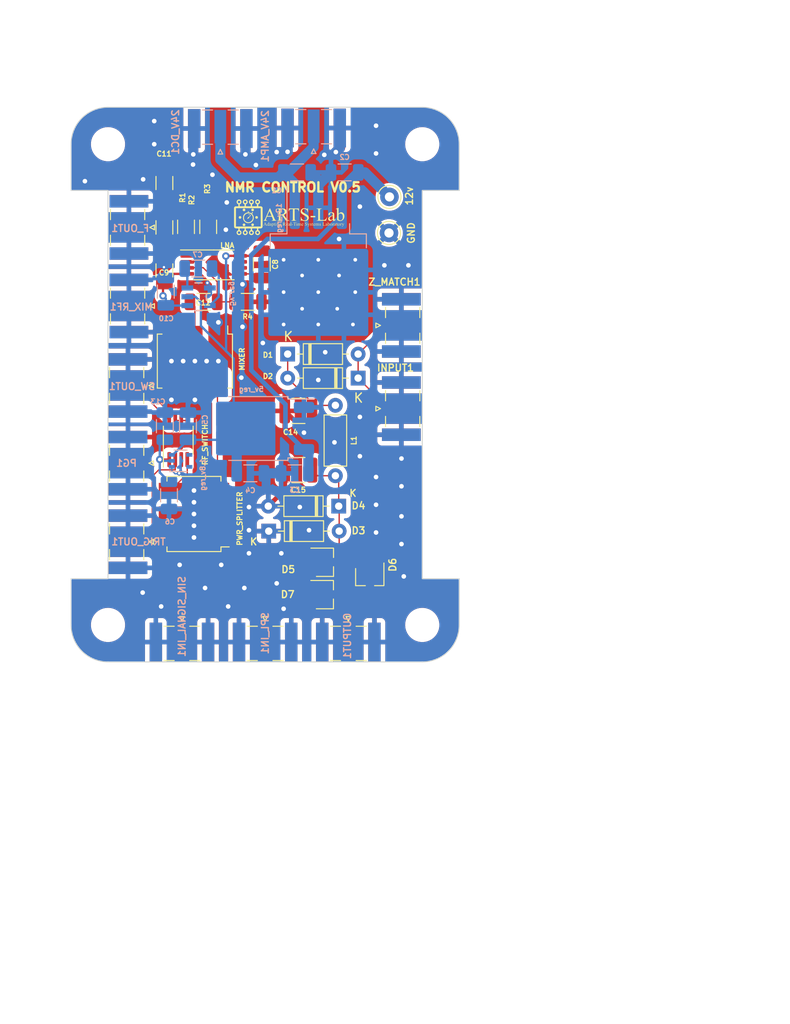
<source format=kicad_pcb>
(kicad_pcb (version 20221018) (generator pcbnew)
  (layers (0 "F.Cu" signal) (1 "In1.Cu" signal) (2 "In2.Cu" signal) (31 "B.Cu" signal) (34 "B.Paste" user) (35 "F.Paste" user) (36 "B.SilkS" user "B.Silkscreen") (37 "F.SilkS" user "F.Silkscreen") (38 "B.Mask" user) (39 "F.Mask" user) (44 "Edge.Cuts" user))
  (net 0 "")
  (net 1 "24v")
  (net 2 "GND")
  (net 3 "12v")
  (net 4 "5v")
  (net 5 "1.8v")
  (net 6 "Net-(U4-C+)")
  (net 7 "Net-(U4-C-)")
  (net 8 "-5v")
  (net 9 "Net-(J3-In)")
  (net 10 "Net-(U5-+IN1)")
  (net 11 "IF")
  (net 12 "Net-(D1-K)")
  (net 13 "Net-(D3-A)")
  (net 14 "Net-(D1-A)")
  (net 15 "Net-(J4-In)")
  (net 16 "Net-(J5-In)")
  (net 17 "Net-(J6-In)")
  (net 18 "Net-(J6-Ext)")
  (net 19 "Net-(J9-In)")
  (net 20 "Net-(U5-OUT1)")
  (net 21 "Net-(U5--IN1)")
  (net 22 "Net-(U5--IN2)")
  (net 23 "Net-(U6-LO)")
  (net 25 "Net-(U7-PORT2)")
  (footprint "Capacitor_SMD:C_1206_3216Metric" (layer "F.Cu") (at 64.1 86.65 90)
    (fp_text reference "C9")
    (fp_text value "0.1uF")
  )
  (footprint "Capacitor_SMD:C_1210_3225Metric" (layer "F.Cu") (at 78.6 108.25 180)
    (fp_text reference "C15")
    (fp_text value "C")
  )
  (footprint "Package_SO:TSSOP-8_4.4x3mm_P0.65mm" (layer "F.Cu") (at 69.44 86.05)
    (fp_text reference "LNA")
    (fp_text value "LM4565FV_J-GE2")
  )
  (footprint "Resistor_SMD:R_1206_3216Metric" (layer "F.Cu") (at 64.1 82 90)
    (fp_text reference "R1")
    (fp_text value "12k")
  )
  (footprint "Diode_THT:D_DO-35_SOD27_P7.62mm_Horizontal" (layer "F.Cu") (at 85.06 98.3 180)
    (fp_text reference "D2")
    (fp_text value "D")
  )
  (footprint "Connector_Coaxial:SMA_Samtec_SMA-J-P-X-ST-EM1_EdgeMount" (layer "F.Cu") (at 60.2625 82 -90)
    (fp_text reference "F_OUT1")
    (fp_text value "F_OUT1")
  )
  (footprint "Capacitor_SMD:C_1206_3216Metric" (layer "F.Cu") (at 68.34 90.05 180)
    (fp_text reference "C12")
    (fp_text value "1nF")
  )
  (footprint "Capacitor_SMD:C_1210_3225Metric" (layer "F.Cu") (at 78.6 101.85 180)
    (fp_text reference "C14")
    (fp_text value "C")
  )
  (footprint "Connector_Coaxial:SMA_Samtec_SMA-J-P-X-ST-EM1_EdgeMount" (layer "F.Cu") (at 60.1625 116 -90)
    (fp_text reference "TRIG_OUT1")
    (fp_text value "TRIG_OUT1")
  )
  (footprint "Connector_Coaxial:SMA_Samtec_SMA-J-P-X-ST-EM1_EdgeMount" (layer "F.Cu") (at 84 126.85)
    (fp_text reference "OUTPUT1")
    (fp_text value "OUTPUT1")
  )
  (footprint "Connector_Coaxial:SMA_Samtec_SMA-J-P-X-ST-EM1_EdgeMount" (layer "F.Cu") (at 60.2625 90.5 -90)
    (fp_text reference "MIX_RF1")
    (fp_text value "MIX_RF1")
  )
  (footprint "Package_TO_SOT_SMD:TSOT-23_HandSoldering" (layer "F.Cu") (at 86.34 119.8 -90)
    (fp_text reference "D6")
    (fp_text value "D_Dual_Series_AKC")
  )
  (footprint "Connector_Coaxial:SMA_Samtec_SMA-J-P-X-ST-EM1_EdgeMount" (layer "F.Cu") (at 60.1625 99.1 -90)
    (fp_text reference "SW_OUT1")
    (fp_text value "SW_OUT1")
  )
  (footprint "MountingHole:MountingHole_3.2mm_M3" (layer "F.Cu") (at 58 73)
    (fp_text reference "H4" hide)
    (fp_text value "MountingHole" hide)
  )
  (footprint "Library:ARTS" (layer "F.Cu") (at 77.6 80.9)
    (fp_text reference "G***" hide)
    (fp_text value "LOGO" hide)
  )
  (footprint "RF_Mini-Circuits:Mini-Circuits_CD636_LandPatternPL-035" (layer "F.Cu") (at 67.3 113 180)
    (fp_text reference "PWR_SPLITTER")
    (fp_text value "ADP-2-1W")
  )
  (footprint "Connector_Pin:Pin_D1.0mm_L10.0mm" (layer "F.Cu") (at 88.4 82.6 -90)
    (fp_text reference "GND")
    (fp_text value "MountingHole_Pad" hide)
  )
  (footprint "Package_TO_SOT_SMD:TSOT-23_HandSoldering" (layer "F.Cu") (at 81.45 118.2)
    (fp_text reference "D5")
    (fp_text value "D_Dual_Series_AKC")
  )
  (footprint "Connector_Coaxial:SMA_Samtec_SMA-J-P-X-ST-EM1_EdgeMount" (layer "F.Cu") (at 89.7375 101.6 90)
    (fp_text reference "INPUT1")
    (fp_text value "INPUT1")
  )
  (footprint "Diode_THT:D_DO-35_SOD27_P7.62mm_Horizontal" (layer "F.Cu") (at 75.39 114.85)
    (fp_text reference "D3")
    (fp_text value "1N4148")
  )
  (footprint "Inductor_THT:L_Axial_L5.3mm_D2.2mm_P7.62mm_Horizontal_Vishay_IM-1" (layer "F.Cu") (at 82.6 101.24 -90)
    (fp_text reference "L1")
    (fp_text value "0.56uH")
  )
  (footprint "Connector_Coaxial:SMA_Samtec_SMA-J-P-X-ST-EM1_EdgeMount" (layer "F.Cu") (at 89.7375 92.6 90)
    (fp_text reference "Z_MATCH1")
    (fp_text value "Z_MATCH1")
  )
  (footprint "Resistor_SMD:R_1206_3216Metric" (layer "F.Cu") (at 66.44 81.9375 -90)
    (fp_text reference "R2")
    (fp_text value "100k")
  )
  (footprint "Capacitor_SMD:C_1206_3216Metric" (layer "F.Cu") (at 64.1 77.2 90)
    (fp_text reference "C11")
    (fp_text value "1nF")
  )
  (footprint "RF_Mini-Circuits:Mini-Circuits_CD542_LandPatternPL-052" (layer "F.Cu") (at 67.4 96.46 -90)
    (fp_text reference "MIXER")
    (fp_text value "ADE-6")
  )
  (footprint "MountingHole:MountingHole_3.2mm_M3" (layer "F.Cu") (at 92 73)
    (fp_text reference "H3" hide)
    (fp_text value "MountingHole" hide)
  )
  (footprint "Connector_Coaxial:SMA_Samtec_SMA-J-P-X-ST-EM1_EdgeMount" (layer "F.Cu") (at 75 126.85)
    (fp_text reference "SPL_IN1")
    (fp_text value "SPL_IN1")
  )
  (footprint "Capacitor_SMD:C_1206_3216Metric" (layer "F.Cu") (at 74.64 86 -90)
    (fp_text reference "C8")
    (fp_text value "0.1uF")
  )
  (footprint "MountingHole:MountingHole_3.2mm_M3" (layer "F.Cu") (at 58 125)
    (fp_text reference "H6" hide)
    (fp_text value "MountingHole" hide)
  )
  (footprint "MountingHole:MountingHole_3.2mm_M3" (layer "F.Cu") (at 92 125)
    (fp_text reference "H5" hide)
    (fp_text value "MountingHole" hide)
  )
  (footprint "Connector_Coaxial:SMA_Samtec_SMA-J-P-X-ST-EM1_EdgeMount" (layer "F.Cu") (at 60.1625 107.5 -90)
    (fp_text reference "PG1")
    (fp_text value "PULSE_GEN_IN1")
  )
  (footprint "Package_SO:MSOP-8_3x3mm_P0.65mm" (layer "F.Cu") (at 65.6 105 90)
    (fp_text reference "RF_SWITCH")
    (fp_text value "ADG901BRMZ")
  )
  (footprint "Package_TO_SOT_SMD:TSOT-23_HandSoldering" (layer "F.Cu") (at 81.44 121.7)
    (fp_text reference "D7")
    (fp_text value "D_Dual_Series_AKC")
  )
  (footprint "Resistor_SMD:R_1206_3216Metric" (layer "F.Cu") (at 73.14 90.05)
    (fp_text reference "R4")
    (fp_text value "20k")
  )
  (footprint "Diode_THT:D_DO-35_SOD27_P7.62mm_Horizontal" (layer "F.Cu") (at 77.44 95.7)
    (fp_text reference "D1")
    (fp_text value "D")
  )
  (footprint "Diode_THT:D_DO-35_SOD27_P7.62mm_Horizontal" (layer "F.Cu") (at 82.96 112.15 180)
    (fp_text reference "D4")
    (fp_text value "1N4148")
  )
  (footprint "Connector_Pin:Pin_D1.0mm_L10.0mm" (layer "F.Cu") (at 88.45 78.7 -90)
    (fp_text reference "12v")
    (fp_text value "MountingHole_Pad" hide)
  )
  (footprint "Connector_Coaxial:SMA_Samtec_SMA-J-P-X-ST-EM1_EdgeMount" (layer "F.Cu") (at 66 126.85)
    (fp_text reference "SIN_SIGNAL_IN1")
    (fp_text value "SIN_SIGNAL_IN1")
  )
  (footprint "Resistor_SMD:R_1206_3216Metric" (layer "F.Cu") (at 68.84 81.9375 -90)
    (fp_text reference "R3")
    (fp_text value "1k")
  )
  (footprint "Package_TO_SOT_SMD:TO-263-3_TabPin2" (layer "B.Cu") (at 80.75 87.525 -90)
    (fp_text reference "12v_reg")
    (fp_text value "LM7812_TO220")
  )
  (footprint "Capacitor_SMD:C_1206_3216Metric" (layer "B.Cu") (at 66.65 103.5 90)
    (fp_text reference "C5")
    (fp_text value "1uF")
  )
  (footprint "Package_TO_SOT_SMD:TO-252-2" (layer "B.Cu") (at 74.16 103.75 180)
    (fp_text reference "5v_reg")
    (fp_text value "NCP1117-5.0_TO252")
  )
  (footprint "Connector_Coaxial:SMA_Samtec_SMA-J-P-X-ST-EM1_EdgeMount" (layer "B.Cu") (at 70.15 71.3)
    (fp_text reference "24V_DC1")
    (fp_text value "24V_DC1")
  )
  (footprint "Capacitor_SMD:C_1206_3216Metric" (layer "B.Cu") (at 83.6 76.05 180)
    (fp_text reference "C2")
    (fp_text value "1uF")
  )
  (footprint "Capacitor_SMD:C_1206_3216Metric" (layer "B.Cu") (at 78.45 76.05)
    (fp_text reference "C1")
    (fp_text value ".33uF")
  )
  (footprint "Capacitor_SMD:C_1206_3216Metric" (layer "B.Cu") (at 64.15 103.5 -90)
    (fp_text reference "C13")
    (fp_text value "0.1uF")
  )
  (footprint "Capacitor_SMD:C_1206_3216Metric" (layer "B.Cu") (at 64.25 88.95 90)
    (fp_text reference "C10")
    (fp_text value "10uF")
  )
  (footprint "Capacitor_SMD:C_1206_3216Metric" (layer "B.Cu") (at 67.775 86.45 180)
    (fp_text reference "C7")
    (fp_text value "10uF")
  )
  (footprint "Capacitor_SMD:C_1206_3216Metric" (layer "B.Cu") (at 78.2 108.6 180)
    (fp_text reference "C3")
    (fp_text value "10uF")
  )
  (footprint "Package_TO_SOT_SMD:SOT-353_SC-70-5" (layer "B.Cu") (at 65.85 107.25)
    (fp_text reference "1.8v_reg")
    (fp_text value "NCP715-1.8v")
  )
  (footprint "Capacitor_SMD:C_1206_3216Metric" (layer "B.Cu") (at 64.6 110.98 -90)
    (fp_text reference "C6")
    (fp_text value "1uF")
  )
  (footprint "Capacitor_SMD:C_1206_3216Metric" (layer "B.Cu") (at 73.4 108.6)
    (fp_text reference "C4")
    (fp_text value "10uF")
  )
  (footprint "Connector_Coaxial:SMA_Samtec_SMA-J-P-X-ST-EM1_EdgeMount" (layer "B.Cu") (at 80.25 71.25)
    (fp_text reference "24V_AMP1")
    (fp_text value "24V_AMP1")
  )
  (footprint "Library:MF05A" (layer "B.Cu") (at 67.8 89.5)
    (fp_text reference "-5v_reg")
    (fp_text value "LM828(-5v)")
  )
  (gr_arc (start 58 129) (mid 55.171573 127.828427) (end 54 125) (stroke (width 0.1)) (layer "Edge.Cuts"))
  (gr_line (start 54 78) (end 54 73) (stroke (width 0.1)) (layer "Edge.Cuts"))
  (gr_line (start 92 78) (end 92 120) (stroke (width 0.1)) (layer "Edge.Cuts"))
  (gr_line (start 65 129) (end 58 129) (stroke (width 0.1)) (layer "Edge.Cuts"))
  (gr_line (start 58 120) (end 54.5 120) (stroke (width 0.1)) (layer "Edge.Cuts"))
  (gr_line (start 85 69) (end 92 69) (stroke (width 0.1)) (layer "Edge.Cuts"))
  (gr_line (start 85 129) (end 92 129) (stroke (width 0.1)) (layer "Edge.Cuts"))
  (gr_line (start 54.5 120) (end 54 120) (stroke (width 0.1)) (layer "Edge.Cuts"))
  (gr_line (start 58 69) (end 65 69) (stroke (width 0.1)) (layer "Edge.Cuts"))
  (gr_arc (start 96 125) (mid 94.828427 127.828427) (end 92 129) (stroke (width 0.1)) (layer "Edge.Cuts"))
  (gr_line (start 58 78) (end 54 78) (stroke (width 0.1)) (layer "Edge.Cuts"))
  (gr_arc (start 54 73) (mid 55.171573 70.171573) (end 58 69) (stroke (width 0.1)) (layer "Edge.Cuts"))
  (gr_line (start 85 129) (end 65 129) (stroke (width 0.1)) (layer "Edge.Cuts"))
  (gr_line (start 92 120) (end 96 120) (stroke (width 0.1)) (layer "Edge.Cuts"))
  (gr_arc (start 92 69) (mid 94.828427 70.171573) (end 96 73) (stroke (width 0.1)) (layer "Edge.Cuts"))
  (gr_line (start 65 69) (end 85 69) (stroke (width 0.1)) (layer "Edge.Cuts"))
  (gr_line (start 54 120) (end 54 125) (stroke (width 0.1)) (layer "Edge.Cuts"))
  (gr_line (start 92 78) (end 96 78) (stroke (width 0.1)) (layer "Edge.Cuts"))
  (gr_line (start 96 78) (end 96 73) (stroke (width 0.1)) (layer "Edge.Cuts"))
  (gr_line (start 96 120) (end 96 125) (stroke (width 0.1)) (layer "Edge.Cuts"))
  (gr_line (start 58 78) (end 58 120) (stroke (width 0.1)) (layer "Edge.Cuts"))
  (gr_text "NMR CONTROL V0.5" (at 70.5 78.25) (layer "F.SilkS") (effects (font (size 1 1) (thickness 0.25) bold) (justify left bottom)))
  (segment (start 77.5 76.05) (end 80.25 73.3) (width 1.1) (layer "B.Cu") (net 1))
  (segment (start 78.21 77.285) (end 76.975 76.05) (width 1.1) (layer "B.Cu") (net 1))
  (segment (start 78.21 79.875) (end 78.21 77.285) (width 1.1) (layer "B.Cu") (net 1))
  (segment (start 72.1 76.6) (end 70.15 74.65) (width 1.1) (layer "B.Cu") (net 1))
  (segment (start 76.975 76.05) (end 77.5 76.05) (width 1.1) (layer "B.Cu") (net 1))
  (segment (start 76.425 76.6) (end 76.975 76.05) (width 1.1) (layer "B.Cu") (net 1))
  (segment (start 70.15 74.65) (end 70.15 71.1) (width 1.1) (layer "B.Cu") (net 1))
  (segment (start 80.25 73.3) (end 80.25 70.9125) (width 1.1) (layer "B.Cu") (net 1))
  (segment (start 72.1 76.6) (end 76.425 76.6) (width 1.1) (layer "B.Cu") (net 1))
  (segment (start 70.05 70.9125) (end 70.05 72.0775) (width 0.5) (layer "B.Cu") (net 1))
  (segment (start 67.225 71.1125) (end 67.225 74.1) (width 1.1) (layer "F.Cu") (net 2))
  (segment (start 79.73 120.75) (end 79.73 122.65) (width 0.140856) (layer "F.Cu") (net 2))
  (segment (start 72.3025 87.025) (end 73.84 87.025) (width 0.140856) (layer "F.Cu") (net 2))
  (segment (start 65.7 108.65) (end 65.7 108.65) (width 0.140856) (layer "F.Cu") (net 2))
  (segment (start 74.6025 87.8625) (end 74.64 87.825) (width 0.140856) (layer "F.Cu") (net 2))
  (segment (start 79.2 103.925) (end 77.125 101.85) (width 0.5) (layer "F.Cu") (net 2))
  (segment (start 77.425 73.825) (end 77.425 71.1125) (width 1.1) (layer "F.Cu") (net 2))
  (segment (start 89.7125 95.4) (end 89.7375 95.425) (width 0.5) (layer "F.Cu") (net 2))
  (segment (start 89.6625 98.7) (end 89.7375 98.775) (width 0.5) (layer "F.Cu") (net 2))
  (segment (start 89.7125 104.4) (end 89.7375 104.425) (width 0.5) (layer "F.Cu") (net 2))
  (segment (start 77.125 108.25) (end 77.125 110.365) (width 0.5) (layer "F.Cu") (net 2))
  (segment (start 79.2 104.2) (end 79.2 106.175) (width 0.5) (layer "F.Cu") (net 2))
  (segment (start 88.31 89.2) (end 90.0875 89.2) (width 0.140856) (layer "F.Cu") (net 2))
  (segment (start 65.925 108.375) (end 65.7 108.6) (width 0.140856) (layer "F.Cu") (net 2))
  (segment (start 64.04 85.175) (end 64.04 86.29) (width 0.140856) (layer "F.Cu") (net 2))
  (segment (start 74.6025 90.05) (end 74.6025 87.8625) (width 0.140856) (layer "F.Cu") (net 2))
  (segment (start 72.875 74.090461) (end 72.864326 74.101135) (width 1.1) (layer "F.Cu") (net 2))
  (segment (start 72.875 71.1125) (end 72.875 74.090461) (width 1.1) (layer "F.Cu") (net 2))
  (segment (start 65.925 107.1125) (end 65.925 108.375) (width 0.140856) (layer "F.Cu") (net 2))
  (segment (start 63.9525 75.7375) (end 63.94 75.725) (width 0.140856) (layer "F.Cu") (net 2))
  (segment (start 79.2 106.175) (end 77.125 108.25) (width 0.5) (layer "F.Cu") (net 2))
  (segment (start 83.075 73.375) (end 83.075 71.1125) (width 1.1) (layer "F.Cu") (net 2))
  (segment (start 73.84 87.025) (end 74.64 87.825) (width 0.140856) (layer "F.Cu") (net 2))
  (segment (start 79.2 104.2) (end 79.2 103.925) (width 0.5) (layer "F.Cu") (net 2))
  (segment (start 68.84 80.475) (end 68.8 80.435) (width 0.140856) (layer "F.Cu") (net 2))
  (segment (start 88.51 98.2) (end 90.0875 98.2) (width 0.140856) (layer "F.Cu") (net 2))
  (segment (start 65.75 108.6) (end 65.7 108.6) (width 0.140856) (layer "F.Cu") (net 2))
  (segment (start 77.125 110.365) (end 75.34 112.15) (width 0.5) (layer "F.Cu") (net 2))
  (segment (start 64.04 86.29) (end 64.05 86.3) (width 0.140856) (layer "F.Cu") (net 2))
  (segment (start 83.1 73.4) (end 83.075 73.375) (width 1.1) (layer "F.Cu") (net 2))
  (segment (start 65.7 108.6) (end 65.7 108.65) (width 0.140856) (layer "F.Cu") (net 2))
  (segment (start 63.64 84.775) (end 64.04 85.175) (width 0.140856) (layer "F.Cu") (net 2))
  (segment (start 82.65 73.85) (end 83.1 73.4) (width 1.1) (layer "F.Cu") (net 2))
  (segment (start 79.74 117.25) (end 79.74 119.15) (width 0.140856) (layer "F.Cu") (net 2))
  (segment (start 72.9 71.1375) (end 72.875 71.1125) (width 1.1) (layer "F.Cu") (net 2))
  (segment (start 72.8755 87.825) (end 72.5505 88.15) (width 0.140856) (layer "F.Cu") (net 2))
  (segment (start 74.64 87.825) (end 72.8755 87.825) (width 0.140856) (layer "F.Cu") (net 2))
  (via (at 87 71) (size 1) (drill 0.5) (layers "F.Cu" "B.Cu") (net 2))
  (via (at 63 73) (size 1) (drill 0.5) (layers "F.Cu" "B.Cu") (net 2))
  (via (at 77.425 73.825) (size 1) (drill 0.5) (layers "F.Cu" "B.Cu") (net 2))
  (via (at 73.25 112.25) (size 1) (drill 0.5) (layers "F.Cu" "B.Cu") (net 2))
  (via (at 76.75 117.25) (size 1) (drill 0.5) (layers "F.Cu" "B.Cu") (net 2))
  (via (at 77 85.5) (size 0.8) (drill 0.4) (layers "F.Cu" "B.Cu") (net 2))
  (via (at 83 87.2) (size 0.8) (drill 0.4) (layers "F.Cu" "B.Cu") (net 2))
  (via (at 70.25 118.5) (size 1) (drill 0.5) (layers "F.Cu" "B.Cu") (net 2))
  (via (at 89.75 113.25) (size 1) (drill 0.5) (layers "F.Cu" "B.Cu") (net 2))
  (via (at 72.864326 74.101135) (size 1) (drill 0.5) (layers "F.Cu" "B.Cu") (net 2))
  (via (at 84.75 89) (size 0.8) (drill 0.4) (layers "F.Cu" "B.Cu") (net 2))
  (via (at 71 123) (size 1) (drill 0.5) (layers "F.Cu" "B.Cu") (net 2))
  (via (at 87 112) (size 1) (drill 0.5) (layers "F.Cu" "B.Cu") (net 2))
  (via (at 76.25 73.85) (size 1) (drill 0.5) (layers "F.Cu" "B.Cu") (net 2))
  (via (at 81.5 95.5) (size 1) (drill 0.5) (layers "F.Cu" "B.Cu") (net 2))
  (via (at 84.5 92.5) (size 0.8) (drill 0.4) (layers "F.Cu" "B.Cu") (net 2))
  (via (at 87 115) (size 1) (drill 0.5) (layers "F.Cu" "B.Cu") (net 2))
  (via (at 72.5505 92.75) (size 1) (drill 0.5) (layers "F.Cu" "B.Cu") (net 2))
  (via (at 77 123.25) (size 1) (drill 0.5) (layers "F.Cu" "B.Cu") (net 2))
  (via (at 84.75 85.5) (size 0.8) (drill 0.4) (layers "F.Cu" "B.Cu") (net 2))
  (via (at 83 83.25) (size 1) (drill 0.5) (layers "F.Cu" "B.Cu") (net 2))
  (via (at 78.75 112.25) (size 1) (drill 0.5) (layers "F.Cu" "B.Cu") (net 2))
  (via (at 65.7 108.6) (size 0.5) (drill 0.254) (layers "F.Cu" "B.Cu") (net 2))
  (via (at 63.75 123) (size 1) (drill 0.5) (layers "F.Cu" "B.Cu") (net 2))
  (via (at 77 89) (size 0.8) (drill 0.4) (layers "F.Cu" "B.Cu") (net 2))
  (via (at 79.2 104.2) (size 1) (drill 0.5) (layers "F.Cu" "B.Cu") (net 2))
  (via (at 67.2 75.2) (size 1) (drill 0.5) (layers "F.Cu" "B.Cu") (net 2))
  (via (at 74 75.25) (size 1) (drill 0.5) (layers "F.Cu" "B.Cu") (net 2))
  (via (at 89.75 110) (size 1) (drill 0.5) (layers "F.Cu" "B.Cu") (net 2))
  (via (at 90.5 86.1) (size 1) (drill 0.5) (layers "F.Cu" "B.Cu") (net 2))
  (via (at 70.75 82.25) (size 1) (drill 0.5) (layers "F.Cu" "B.Cu") (net 2))
  (via (at 65.75 118.5) (size 1) (drill 0.5) (layers "F.Cu" "B.Cu") (net 2))
  (via (at 61.8 76.8) (size 1) (drill 0.5) (layers "F.Cu" "B.Cu") (net 2))
  (via (at 68.75 88) (size 0.5) (drill 0.254) (layers "F.Cu" "B.Cu") (net 2))
  (via (at 80.75 89) (size 0.8) (drill 0.4) (layers "F.Cu" "B.Cu") (net 2))
  (via (at 87 109) (size 1) (drill 0.5) (layers "F.Cu" "B.Cu") (net 2))
  (via (at 72.5505 88.15) (size 1) (drill 0.5) (layers "F.Cu" "B.Cu") (net 2))
  (via (at 72.4245 98.25) (size 1) (drill 0.5) (layers "F.Cu" "B.Cu") (net 2))
  (via (at 82.8 90.8) (size 0.8) (drill 0.4) (layers "F.Cu" "B.Cu") (net 2))
  (via (at 89.75 116.25) (size 1) (drill 0.5) (layers "F.Cu" "B.Cu") (net 2))
  (via (at 89.75 107) (size 1) (drill 0.5) (layers "F.Cu" "B.Cu") (net 2))
  (via (at 63 70.5) (size 1) (drill 0.5) (layers "F.Cu" "B.Cu") (net 2))
  (via (at 85.25 102.5) (size 1) (drill 0.5) (layers "F.Cu" "B.Cu") (net 2))
  (via (at 85.25 79.75) (size 1) (drill 0.5) (layers "F.Cu" "B.Cu") (net 2))
  (via (at 70.85 79.3) (size 1) (drill 0.5) (layers "F.Cu" "B.Cu") (net 2))
  (via (at 82.65 73.85) (size 1) (drill 0.5) (layers "F.Cu" "B.Cu") (net 2))
  (via (at 73.25 117.25) (size 1) (drill 0.5) (layers "F.Cu" "B.Cu") (net 2))
  (via (at 61.75 121.5) (size 1) (drill 0.5) (layers "F.Cu" "B.Cu") (net 2))
  (via (at 85.25 106.75) (size 1) (drill 0.5) (layers "F.Cu" "B.Cu") (net 2))
  (via (at 81.4 74.15) (size 1) (drill 0.5) (layers "F.Cu" "B.Cu") (net 2))
  (via (at 79 90.8) (size 0.8) (drill 0.4) (layers "F.Cu" "B.Cu") (net 2))
  (via (at 76.25 120.5) (size 1) (drill 0.5) (layers "F.Cu" "B.Cu") (net 2))
  (via (at 67.225 74.1) (size 1) (drill 0.5) (layers "F.Cu" "B.Cu") (net 2))
  (via (at 77 92.5) (size 0.8) (drill 0.4) (layers "F.Cu" "B.Cu") (net 2))
  (via (at 80.75 85.5) (size 0.8) (drill 0.4) (layers "F.Cu" "B.Cu") (net 2))
  (via (at 68.5 121) (size 1) (drill 0.5) (layers "F.Cu" "B.Cu") (net 2))
  (via (at 72.75 121) (size 1) (drill 0.5) (layers "F.Cu" "B.Cu") (net 2))
  (via (at 90 119.75) (size 1) (drill 0.5) (layers "F.Cu" "B.Cu") (net 2))
  (via (at 74.75 94.5) (size 1) (drill 0.5) (layers "F.Cu" "B.Cu") (net 2))
  (via (at 73.25 114.75) (size 1) (drill 0.5) (layers "F.Cu" "B.Cu") (net 2))
  (via (at 64.05 86.3) (size 0.5) (drill 0.254) (layers "F.Cu" "B.Cu") (net 2))
  (via (at 87.9 86.1) (size 1) (drill 0.5) (layers "F.Cu" "B.Cu") (net 2))
  (via (at 80.75 92.5) (size 0.8) (drill 0.4) (layers "F.Cu" "B.Cu") (net 2))
  (via (at 82.5 105.25) (size 1) (drill 0.5) (layers "F.Cu" "B.Cu") (net 2))
  (via (at 87 74) (size 1) (drill 0.5) (layers "F.Cu" "B.Cu") (net 2))
  (via (at 69.3 76.3) (size 1) (drill 0.5) (layers "F.Cu" "B.Cu") (net 2))
  (via (at 79.75 114.75) (size 1) (drill 0.5) (layers "F.Cu" "B.Cu") (net 2))
  (via (at 79 87.2) (size 0.8) (drill 0.4) (layers "F.Cu" "B.Cu") (net 2))
  (via (at 80.75 98.5) (size 1) (drill 0.5) (layers "F.Cu" "B.Cu") (net 2))
  (via (at 55.5 77) (size 1) (drill 0.5) (layers "F.Cu" "B.Cu") (net 2))
  (segment (start 80.75 77.425) (end 82.125 76.05) (width 1.1) (layer "B.Cu") (net 2))
  (segment (start 65.7 108.65) (end 65.25 108.65) (width 0.140856) (layer "B.Cu") (net 2))
  (segment (start 64.6 112.455) (end 66.575 112.455) (width 0.5) (layer "B.Cu") (net 2))
  (segment (start 80.75 79.875) (end 80.75 77.425) (width 1.1) (layer "B.Cu") (net 2))
  (segment (start 64.15 101.051) (end 64.86 100.341) (width 0.5) (layer "B.Cu") (net 2))
  (segment (start 65.25 108.65) (end 64.9 108.3) (width 0.140856) (layer "B.Cu") (net 2))
  (segment (start 74.875 108.6) (end 76.725 108.6) (width 1.1) (layer "B.Cu") (net 2))
  (segment (start 76.25 73.85) (end 77.4 73.85) (width 1.1) (layer "B.Cu") (net 2))
  (segment (start 75.34 109.065) (end 74.875 108.6) (width 0.5) (layer "B.Cu") (net 2))
  (segment (start 80.75 79.875) (end 80.75 76.875) (width 1.1) (layer "B.Cu") (net 2))
  (segment (start 66.65 101.091) (end 67.4 100.341) (width 0.5) (layer "B.Cu") (net 2))
  (segment (start 80.75 76.875) (end 79.925 76.05) (width 1.1) (layer "B.Cu") (net 2))
  (segment (start 66.755 112.455) (end 67.3 113) (width 0.5) (layer "B.Cu") (net 2))
  (segment (start 81.4 74.15) (end 82.35 74.15) (width 1.1) (layer "B.Cu") (net 2))
  (segment (start 64.9 108.3) (end 64.9 107.9) (width 0.140856) (layer "B.Cu") (net 2))
  (segment (start 82.35 74.15) (end 82.65 73.85) (width 1.1) (layer "B.Cu") (net 2))
  (segment (start 79.2 101.47) (end 79.2 104.2) (width 0.5) (layer "B.Cu") (net 2))
  (segment (start 75.34 114.8) (end 75.39 114.85) (width 1.1) (layer "B.Cu") (net 2))
  (segment (start 64.05 86.3) (end 64.05 87.275) (width 0.140856) (layer "B.Cu") (net 2))
  (segment (start 66.65 102.025) (end 66.65 101.091) (width 0.5) (layer "B.Cu") (net 2))
  (segment (start 77.425 73.825) (end 77.425 71.1125) (width 1.1) (layer "B.Cu") (net 2))
  (segment (start 74 75.25) (end 72.875 74.125) (width 1.1) (layer "B.Cu") (net 2))
  (segment (start 75.34 112.15) (end 75.34 109.065) (width 0.5) (layer "B.Cu") (net 2))
  (segment (start 64.6 112.455) (end 66.755 112.455) (width 0.5) (layer "B.Cu") (net 2))
  (segment (start 68.75 88) (end 69.0192 88.2692) (width 0.140856) (layer "B.Cu") (net 2))
  (segment (start 67.225 71.1125) (end 67.225 74.1) (width 1.1) (layer "B.Cu") (net 2))
  (segment (start 72.875 74.125) (end 72.875 71.1125) (width 1.1) (layer "B.Cu") (net 2))
  (segment (start 77.4 73.85) (end 77.425 73.825) (width 1.1) (layer "B.Cu") (net 2))
  (segment (start 60.05 81.8625) (end 60.0625 81.875) (width 0.140856) (layer "B.Cu") (net 2))
  (segment (start 85.525 89.775) (end 84.75 89) (width 0.5) (layer "B.Cu") (net 2))
  (segment (start 67.2 75.2) (end 67.225 75.175) (width 1.1) (layer "B.Cu") (net 2))
  (segment (start 66.575 112.455) (end 67.3 111.73) (width 0.5) (layer "B.Cu") (net 2))
  (segment (start 69.0192 88.2692) (end 69.0192 88.5475) (width 0.140856) (layer "B.Cu") (net 2))
  (segment (start 64.15 102.025) (end 64.15 101.051) (width 0.5) (layer "B.Cu") (net 2))
  (segment (start 83.075 71.1125) (end 83.075 73.425) (width 1.1) (layer "B.Cu") (net 2))
  (segment (start 67.225 75.175) (end 67.225 74.1) (width 1.1) (layer "B.Cu") (net 2))
  (segment (start 64.05 87.275) (end 64.25 87.475) (width 0.140856) (layer "B.Cu") (net 2))
  (segment (start 83.075 73.425) (end 82.65 73.85) (width 1.1) (layer "B.Cu") (net 2))
  (segment (start 73.5 97.45) (end 77.2 101.15) (width 0.5) (layer "B.Cu") (net 3))
  (segment (start 80.714949 83.25) (end 75.25 83.25) (width 0.5) (layer "B.Cu") (net 3))
  (segment (start 75.25 83.25) (end 73.5 85) (width 0.5) (layer "B.Cu") (net 3))
  (segment (start 77.2 101.15) (end 77.2 104.03) (width 0.5) (layer "B.Cu") (net 3))
  (segment (start 73.5 85) (end 73.5 97.45) (width 0.5) (layer "B.Cu") (net 3))
  (segment (start 83.29 79.875) (end 83.29 80.674949) (width 0.5) (layer "B.Cu") (net 3))
  (segment (start 83.29 79.875) (end 83.29 77.835) (width 1.1) (layer "B.Cu") (net 3))
  (segment (start 85.8 76.05) (end 88.45 78.7) (width 1.1) (layer "B.Cu") (net 3))
  (segment (start 85.075 76.05) (end 85.8 76.05) (width 1.1) (layer "B.Cu") (net 3))
  (segment (start 79.675 108.6) (end 79.675 106.505) (width 1.1) (layer "B.Cu") (net 3))
  (segment (start 77.2 104.03) (end 79.2 106.03) (width 0.5) (layer "B.Cu") (net 3))
  (segment (start 83.29 80.674949) (end 80.714949 83.25) (width 0.5) (layer "B.Cu") (net 3))
  (segment (start 79.675 106.505) (end 79.2 106.03) (width 1.1) (layer "B.Cu") (net 3))
  (segment (start 83.29 77.835) (end 85.075 76.05) (width 1.1) (layer "B.Cu") (net 3))
  (segment (start 74.44 85.075) (end 74.64 84.875) (width 0.25) (layer "F.Cu") (net 4))
  (segment (start 70.775 85.075) (end 70.75 85.1) (width 0.25) (layer "F.Cu") (net 4))
  (segment (start 72.3025 85.075) (end 70.775 85.075) (width 0.25) (layer "F.Cu") (net 4))
  (segment (start 74.875 84.875) (end 74.64 84.875) (width 0.5) (layer "F.Cu") (net 4))
  (segment (start 72.3025 85.075) (end 74.44 85.075) (width 0.25) (layer "F.Cu") (net 4))
  (via (at 70.75 85.1) (size 0.8) (drill 0.4) (layers "F.Cu" "B.Cu") (net 4))
  (segment (start 71.6 101.85) (end 71.225 102.225) (width 0.25) (layer "B.Cu") (net 4))
  (segment (start 68.05 90) (end 68.05 92.65) (width 0.25) (layer "B.Cu") (net 4))
  (segment (start 71.6 96.2) (end 71.6 98.5) (width 0.25) (layer "B.Cu") (net 4))
  (segment (start 68.05 92.65) (end 71.6 96.2) (width 0.25) (layer "B.Cu") (net 4))
  (segment (start 71.175 105.325) (end 71.225 105.275) (width 1.1) (layer "B.Cu") (net 4))
  (segment (start 65.025 106.6) (end 66.65 104.975) (width 0.25) (layer "B.Cu") (net 4))
  (segment (start 64.9 106.6) (end 65.025 106.6) (width 0.25) (layer "B.Cu") (net 4))
  (segment (start 70.925 104.975) (end 71.225 105.275) (width 0.25) (layer "B.Cu") (net 4))
  (segment (start 70.75 85.1) (end 70.773 85.123) (width 0.25) (layer "B.Cu") (net 4))
  (segment (start 70.773 85.123) (end 70.773 95.373) (width 0.25) (layer "B.Cu") (net 4))
  (segment (start 71.925 105.975) (end 71.225 105.275) (width 1.1) (layer "B.Cu") (net 4))
  (segment (start 71.925 108.6) (end 71.925 105.975) (width 1.1) (layer "B.Cu") (net 4))
  (segment (start 70.773 95.373) (end 71.6 96.2) (width 0.25) (layer "B.Cu") (net 4))
  (segment (start 66.5808 89.5) (end 67.4658 89.5) (width 0.25) (layer "B.Cu") (net 4))
  (segment (start 66.65 104.975) (end 70.925 104.975) (width 0.25) (layer "B.Cu") (net 4))
  (segment (start 71.6 98.5) (end 71.6 101.85) (width 0.25) (layer "B.Cu") (net 4))
  (segment (start 67.4658 89.5) (end 68.05 90.0842) (width 0.25) (layer "B.Cu") (net 4))
  (segment (start 64.625 107.1125) (end 63.9125 107.1125) (width 0.25) (layer "F.Cu") (net 5))
  (via (at 63.6 107.1) (size 0.8) (drill 0.4) (layers "F.Cu" "B.Cu") (net 5))
  (segment (start 63.6 107.1) (end 63.6 108.525) (width 0.25) (layer "B.Cu") (net 5))
  (segment (start 63.75 107.25) (end 64.9 107.25) (width 0.25) (layer "B.Cu") (net 5))
  (segment (start 63.6 105.525) (end 64.15 104.975) (width 0.25) (layer "B.Cu") (net 5))
  (segment (start 63.6 108.505) (end 64.6 109.505) (width 0.25) (layer "B.Cu") (net 5))
  (segment (start 63.6 107.1) (end 63.6 105.525) (width 0.25) (layer "B.Cu") (net 5))
  (segment (start 69.9792 89.4925) (end 69.0192 90.4525) (width 0.25) (layer "B.Cu") (net 6))
  (segment (start 69.9792 87.1792) (end 69.9792 89.4925) (width 0.25) (layer "B.Cu") (net 6))
  (segment (start 69.25 86.45) (end 69.9792 87.1792) (width 0.25) (layer "B.Cu") (net 6))
  (segment (start 66.5808 86.7308) (end 66.3 86.45) (width 0.25) (layer "B.Cu") (net 7))
  (segment (start 66.5808 88.5475) (end 66.5808 86.7308) (width 0.25) (layer "B.Cu") (net 7))
  (segment (start 65.14 87.025) (end 66.5775 87.025) (width 0.25) (layer "F.Cu") (net 8))
  (segment (start 63.95 88.215) (end 64.04 88.125) (width 0.25) (layer "F.Cu") (net 8))
  (segment (start 64.04 88.125) (end 65.14 87.025) (width 0.25) (layer "F.Cu") (net 8))
  (segment (start 63.95 89.4) (end 63.95 88.215) (width 0.25) (layer "F.Cu") (net 8))
  (via (at 63.95 89.4) (size 0.8) (drill 0.4) (layers "F.Cu" "B.Cu") (net 8))
  (segment (start 66.5808 90.4525) (end 64.2775 90.4525) (width 0.25) (layer "B.Cu") (net 8))
  (segment (start 64.25 90.425) (end 64.25 89.7) (width 0.25) (layer "B.Cu") (net 8))
  (segment (start 64.25 89.7) (end 63.95 89.4) (width 0.25) (layer "B.Cu") (net 8))
  (segment (start 64.2775 90.4525) (end 64.25 90.425) (width 0.25) (layer "B.Cu") (net 8))
  (segment (start 64.1 80.3775) (end 64.1 78.835) (width 0.140856) (layer "F.Cu") (net 9))
  (segment (start 64.1 78.835) (end 63.94 78.675) (width 0.140856) (layer "F.Cu") (net 9))
  (segment (start 59.9625 82) (end 62.4775 82) (width 0.140856) (layer "F.Cu") (net 9))
  (segment (start 62.4775 82) (end 64.1 80.3775) (width 0.140856) (layer "F.Cu") (net 9))
  (segment (start 66.5775 86.375) (end 66.6025 86.35) (width 0.140856) (layer "F.Cu") (net 10))
  (segment (start 69.815 90.05) (end 71.6775 90.05) (width 0.140856) (layer "F.Cu") (net 10))
  (segment (start 66.6025 86.35) (end 68.29 86.35) (width 0.140856) (layer "F.Cu") (net 10))
  (segment (start 69.815 87.875) (end 69.815 90.05) (width 0.140856) (layer "F.Cu") (net 10))
  (segment (start 68.29 86.35) (end 69.815 87.875) (width 0.140856) (layer "F.Cu") (net 10))
  (segment (start 67.4 90.585) (end 67.4 93.92) (width 0.140856) (layer "F.Cu") (net 11))
  (segment (start 66.865 93.385) (end 66.865 94.265) (width 0.140856) (layer "F.Cu") (net 11))
  (segment (start 66.865 90.05) (end 67.4 90.585) (width 0.140856) (layer "F.Cu") (net 11))
  (segment (start 66.865 94.265) (end 67.4 94.8) (width 0.140856) (layer "F.Cu") (net 11))
  (segment (start 67.4 93.92) (end 66.865 93.385) (width 0.140856) (layer "F.Cu") (net 11))
  (segment (start 77.44 98.3) (end 77.44 95.7) (width 0.140856) (layer "F.Cu") (net 12))
  (segment (start 80.675 101.25) (end 82.59 101.25) (width 0.140856) (layer "F.Cu") (net 12))
  (segment (start 80.075 101.85) (end 80.675 101.25) (width 0.140856) (layer "F.Cu") (net 12))
  (segment (start 80.075 100.935) (end 77.44 98.3) (width 0.140856) (layer "F.Cu") (net 12))
  (segment (start 82.59 101.25) (end 82.6 101.24) (width 0.140856) (layer "F.Cu") (net 12))
  (segment (start 83.01 114.85) (end 83.01 112.2) (width 0.140856) (layer "F.Cu") (net 13))
  (segment (start 82.96 112.15) (end 82.96 109.22) (width 0.140856) (layer "F.Cu") (net 13))
  (segment (start 86.34 121.51) (end 83.34 121.51) (width 0.140856) (layer "F.Cu") (net 13))
  (segment (start 83.15 121.7) (end 83.15 122.69) (width 0.140856) (layer "F.Cu") (net 13))
  (segment (start 83.34 121.51) (end 83.15 121.7) (width 0.140856) (layer "F.Cu") (net 13))
  (segment (start 83.15 121.7) (end 83.15 118.2) (width 0.140856) (layer "F.Cu") (net 13))
  (segment (start 83.01 118.05) (end 83.16 118.2) (width 0.140856) (layer "F.Cu") (net 13))
  (segment (start 84 127.05) (end 84 123.54) (width 0.140856) (layer "F.Cu") (net 13))
  (segment (start 83.16 108.8) (end 83.11 108.75) (width 0.140856) (layer "F.Cu") (net 13))
  (segment (start 82.6 108.86) (end 80.685 108.86) (width 0.140856) (layer "F.Cu") (net 13))
  (segment (start 80.685 108.86) (end 80.075 108.25) (width 0.140856) (layer "F.Cu") (net 13))
  (segment (start 84 123.54) (end 83.15 122.69) (width 0.140856) (layer "F.Cu") (net 13))
  (segment (start 83.01 114.85) (end 83.01 118.05) (width 0.140856) (layer "F.Cu") (net 13))
  (segment (start 85.06 95.7) (end 88.16 92.6) (width 0.140856) (layer "F.Cu") (net 14))
  (segment (start 85.06 95.7) (end 85.06 98.3) (width 0.140856) (layer "F.Cu") (net 14))
  (segment (start 85.06 98.3) (end 88.36 101.6) (width 0.140856) (layer "F.Cu") (net 14))
  (segment (start 64.86 93.92) (end 61.44 90.5) (width 0.140856) (layer "F.Cu") (net 15))
  (segment (start 61.44 90.5) (end 59.9625 90.5) (width 0.140856) (layer "F.Cu") (net 15))
  (segment (start 69.84 115.54) (end 69.84 115.57) (width 0.140856) (layer "F.Cu") (net 16))
  (segment (start 75 120.7) (end 75 127.05) (width 0.140856) (layer "F.Cu") (net 16))
  (segment (start 69.84 115.54) (end 75 120.7) (width 0.140856) (layer "F.Cu") (net 16))
  (segment (start 61.0275 116) (end 59.8625 116) (width 0.140856) (layer "F.Cu") (net 17))
  (segment (start 62.784572 114.35) (end 61.134572 116) (width 0.140856) (layer "F.Cu") (net 17))
  (segment (start 59.8625 107.5) (end 61.3555 107.5) (width 0.140856) (layer "F.Cu") (net 17))
  (segment (start 61.134572 116) (end 59.8625 116) (width 0.140856) (layer "F.Cu") (net 17))
  (segment (start 63.488644 108.225) (end 62.784572 108.929072) (width 0.140856) (layer "F.Cu") (net 17))
  (segment (start 61.3555 107.5) (end 62.784572 108.929072) (width 0.140856) (layer "F.Cu") (net 17))
  (segment (start 66 127.05) (end 66 121.8) (width 0.140856) (layer "F.Cu") (net 17))
  (segment (start 62.9 117.8725) (end 61.0275 116) (width 0.140856) (layer "F.Cu") (net 17))
  (segment (start 65.275 107.1125) (end 65.275 108.225) (width 0.140856) (layer "F.Cu") (net 17))
  (segment (start 62.784572 108.929072) (end 62.784572 114.35) (width 0.140856) (layer "F.Cu") (net 17))
  (segment (start 65.275 108.225) (end 63.488644 108.225) (width 0.140856) (layer "F.Cu") (net 17))
  (segment (start 62.9 118.7) (end 62.9 117.8725) (width 0.140856) (layer "F.Cu") (net 17))
  (segment (start 66 121.8) (end 62.9 118.7) (width 0.140856) (layer "F.Cu") (net 17))
  (segment (start 65.275 102.8875) (end 66.575 102.8875) (width 0.140856) (layer "F.Cu") (net 18))
  (segment (start 62.95 100.65) (end 61.4 99.1) (width 0.140856) (layer "F.Cu") (net 19))
  (segment (start 64.625 102.8875) (end 62.95 101.2125) (width 0.140856) (layer "F.Cu") (net 19))
  (segment (start 62.95 101.2125) (end 62.95 100.65) (width 0.140856) (layer "F.Cu") (net 19))
  (segment (start 61.4 99.1) (end 59.8625 99.1) (width 0.140856) (layer "F.Cu") (net 19))
  (segment (start 66.44 84.9375) (end 66.44 83.4) (width 0.140856) (layer "F.Cu") (net 20))
  (segment (start 63.94 83.4625) (end 66.3775 83.4625) (width 0.140856) (layer "F.Cu") (net 20))
  (segment (start 66.5775 85.075) (end 66.44 84.9375) (width 0.140856) (layer "F.Cu") (net 20))
  (segment (start 66.3775 83.4625) (end 66.44 83.4) (width 0.140856) (layer "F.Cu") (net 20))
  (segment (start 66.44 80.475) (end 66.44 81) (width 0.140856) (layer "F.Cu") (net 21))
  (segment (start 66.44 81) (end 68.84 83.4) (width 0.140856) (layer "F.Cu") (net 21))
  (segment (start 67.75 85.7) (end 68.84 84.61) (width 0.140856) (layer "F.Cu") (net 21))
  (segment (start 68.84 84.61) (end 68.84 83.4) (width 0.140856) (layer "F.Cu") (net 21))
  (segment (start 66.5775 85.725) (end 66.6025 85.7) (width 0.140856) (layer "F.Cu") (net 21))
  (segment (start 66.6025 85.7) (end 67.75 85.7) (width 0.140856) (layer "F.Cu") (net 21))
  (segment (start 72.3025 85.725) (end 72.3025 86.375) (width 0.140856) (layer "F.Cu") (net 22))
  (segment (start 69.84 110.46) (end 69.84 99.1) (width 0.140856) (layer "F.Cu") (net 23))
  (segment (start 69.84 99.1) (end 69.94 99) (width 0.140856) (layer "F.Cu") (net 23))
  (segment (start 64.76 110.46) (end 66.575 108.645) (width 0.140856) (layer "F.Cu") (net 25))
  (segment (start 66.575 108.665) (end 66.575 107.1125) (width 0.140856) (layer "F.Cu") (net 25))
  (zone (net 2) (net_name "GND") (layer "F.Cu") (priority 1) (connect_pads (clearance 0.5)) (min_thickness 0.25) (fill yes (thermal_gap 0.5) (thermal_bridge_width 0.5) (island_removal_mode 1) (island_area_min 10))
    (polygon (pts (xy 53.95 69) (xy 96 69) (xy 96 129) (xy 53.95 129)))
  )
  (zone (net 2) (net_name "GND") (layer "B.Cu") (priority 2) (connect_pads (clearance 0.5)) (min_thickness 0.25) (fill yes (thermal_gap 0.5) (thermal_bridge_width 0.5) (island_removal_mode 1) (island_area_min 10))
    (polygon (pts (xy 53.6 69) (xy 96.5 69) (xy 96.5 129.05) (xy 53.6 129.05)))
  )
)
</source>
